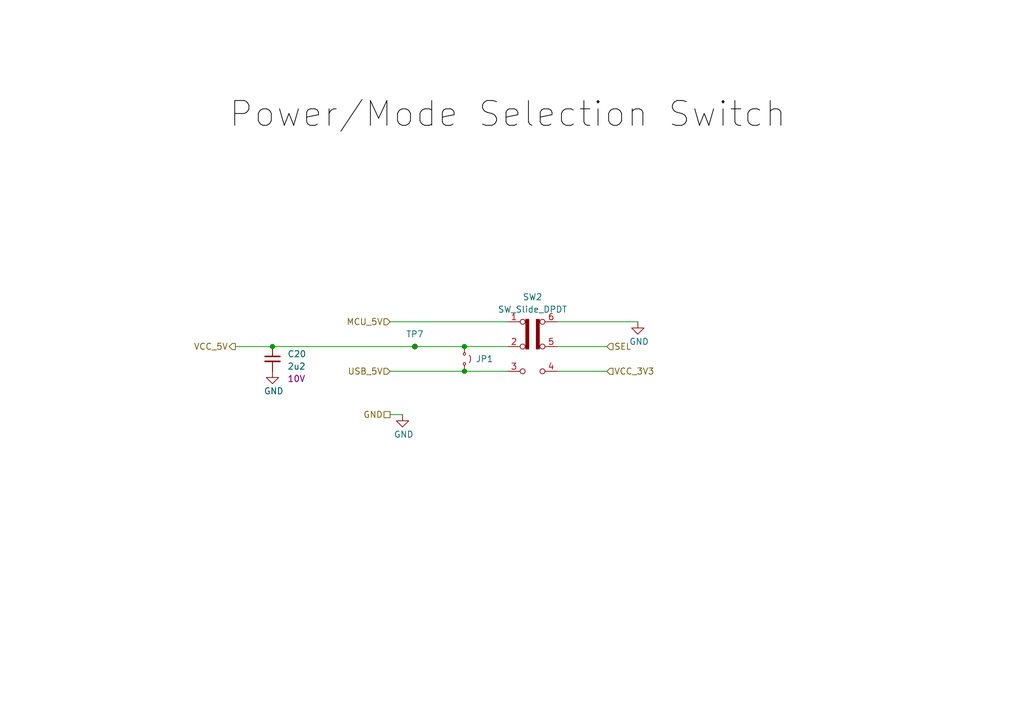
<source format=kicad_sch>
(kicad_sch (version 20250114) (generator "eeschema") (generator_version "9.0")
  (paper "A5")
  (title_block (title "MAGE-CANBOB-002") (date "2025-05-14") (rev "1") (comment 1 "Yiannis Michael") (comment 2 "2025-05-14") (comment 3 "Chris Thomas") (comment 4 "2025-06-02"))
  (lib_symbols
    (symbol "Connector:TestPoint_Small" (pin_numbers (hide yes)) (pin_names (offset 0.762) (hide yes))
      (property "Reference" "TP" (at 0 3.81 0))
      (property "Value" "TestPoint_Small" (at 0 2.032 0))
      (symbol "TestPoint_Small_0_1"
        (circle (center 0 0) (radius 0.508))
      )
      (symbol "TestPoint_Small_1_1"
        (pin passive line (at 0 0 90) (length 0) (name "1") (number "1"))
      )
    )
    (symbol "Device:C_Small" (pin_numbers (hide yes)) (pin_names (offset 0.254) (hide yes))
      (property "Reference" "C" (at 0.254 1.778 0))
      (property "Value" "C_Small" (at 0.254 -2.032 0))
      (symbol "C_Small_0_1"
        (polyline (pts (xy -1.524 0.508) (xy 1.524 0.508)) (stroke (width 0.3048)))
        (polyline (pts (xy -1.524 -0.508) (xy 1.524 -0.508)) (stroke (width 0.3302)))
      )
      (symbol "C_Small_1_1"
        (pin passive line (at 0 2.54 270) (length 2.032) (name "~") (number "1"))
        (pin passive line (at 0 -2.54 90) (length 2.032) (name "~") (number "2"))
      )
    )
    (symbol "Jumper:Jumper_2_Small_Open" (pin_numbers (hide yes)) (pin_names (offset 0) (hide yes)) (exclude_from_sim yes)
      (property "Reference" "JP" (at 0 2.794 0))
      (property "Value" "Jumper_2_Small_Open" (at 0 -2.286 0))
      (symbol "Jumper_2_Small_Open_0_0"
        (circle (center -1.016 0) (radius 0.254))
        (circle (center 1.016 0) (radius 0.254))
      )
      (symbol "Jumper_2_Small_Open_0_1"
        (arc (start -0.762 1.0196) (mid 0 1.2729) (end 0.762 1.0196))
      )
      (symbol "Jumper_2_Small_Open_1_1"
        (pin passive line (at -2.54 0 0) (length 1.27) (name "A") (number "1"))
        (pin passive line (at 2.54 0 180) (length 1.27) (name "B") (number "2"))
      )
    )
    (symbol "Switch:SW_Slide_DPDT" (pin_names (offset 0) (hide yes))
      (property "Reference" "SW" (at 0 6.858 0))
      (property "Value" "SW_Slide_DPDT" (at 0 -8.128 0))
      (symbol "SW_Slide_DPDT_0_0"
        (circle (center -2.032 5.08) (radius 0.508))
        (circle (center -2.032 -5.08) (radius 0.508))
        (circle (center 2.032 0) (radius 0.508))
        (circle (center 2.032 -5.08) (radius 0.508))
      )
      (symbol "SW_Slide_DPDT_0_1"
        (circle (center -2.032 0) (radius 0.508))
        (circle (center 2.032 5.08) (radius 0.508))
      )
      (symbol "SW_Slide_DPDT_1_1"
        (rectangle (start -1.397 5.588) (end -0.762 -0.508) (fill (type outline)))
        (rectangle (start 0.762 5.588) (end 1.397 -0.508) (fill (type outline)))
        (pin passive line (at -5.08 5.08 0) (length 2.54) (name "A") (number "1"))
        (pin passive line (at -5.08 0 0) (length 2.54) (name "B") (number "2"))
        (pin passive line (at -5.08 -5.08 0) (length 2.54) (name "C") (number "3"))
        (pin passive line (at 5.08 5.08 180) (length 2.54) (name "C") (number "6"))
        (pin passive line (at 5.08 0 180) (length 2.54) (name "B") (number "5"))
        (pin passive line (at 5.08 -5.08 180) (length 2.54) (name "A") (number "4"))
      )
    )
    (symbol "power:GND" (power) (pin_numbers (hide yes)) (pin_names (offset 0) (hide yes))
      (property "Value" "GND" (at 0 -3.81 0))
      (symbol "GND_0_1"
        (polyline (pts (xy 0 0) (xy 0 -1.27) (xy 1.27 -1.27) (xy 0 -2.54) (xy -1.27 -1.27) (xy 0 -1.27)))
      )
      (symbol "GND_1_1"
        (pin power_in line (at 0 0 270) (length 0) (name "~") (number "1"))
      )
    )
  )
  (text "Power/Mode Selection Switch" (at 104.14 23.622 0) (effects (font (size 5.08 5.08))))
  (junction (at 95.25 71.12))
  (junction (at 55.88 71.12))
  (junction (at 95.25 76.2))
  (junction (at 85.09 71.12))
  (wire (pts (xy 80.01 76.2) (xy 95.25 76.2)))
  (wire (pts (xy 114.3 76.2) (xy 124.46 76.2)))
  (wire (pts (xy 124.46 71.12) (xy 114.3 71.12)))
  (wire (pts (xy 48.26 71.12) (xy 55.88 71.12)))
  (wire (pts (xy 82.55 85.09) (xy 80.01 85.09)))
  (wire (pts (xy 85.09 71.12) (xy 95.25 71.12)))
  (wire (pts (xy 95.25 76.2) (xy 104.14 76.2)))
  (wire (pts (xy 95.25 71.12) (xy 104.14 71.12)))
  (wire (pts (xy 80.01 66.04) (xy 104.14 66.04)))
  (wire (pts (xy 55.88 71.12) (xy 85.09 71.12)))
  (wire (pts (xy 114.3 66.04) (xy 130.81 66.04)))
  (hierarchical_label "SEL" (shape input) (at 124.46 71.12 0))
  (hierarchical_label "GND" (shape passive) (at 80.01 85.09 180))
  (hierarchical_label "USB_5V" (shape input) (at 80.01 76.2 180))
  (hierarchical_label "MCU_5V" (shape input) (at 80.01 66.04 180))
  (hierarchical_label "VCC_3V3" (shape input) (at 124.46 76.2 0))
  (hierarchical_label "VCC_5V" (shape output) (at 48.26 71.12 180))
  (symbol (lib_id "Device:C_Small") (at 55.88 73.66 0) (unit 1)
    (property "Reference" "C20" (at 58.928 72.644 0) (effects (justify left)))
    (property "Value" "2u2" (at 58.928 75.184 0) (effects (justify left)))
    (property "Footprint" "Capacitor_SMD:C_0603_1608Metric_Pad1.08x0.95mm_HandSolder" (effects (hide yes)))
    (property "Description" "Unpolarized capacitor, small symbol" (effects (hide yes)))
    (property "MPN" "Generic" (effects (hide yes)))
    (property "Rating" "10V" (at 58.928 77.724 0) (effects (justify left)))
  )
  (symbol (lib_id "Connector:TestPoint_Small") (at 85.09 71.12 0) (unit 1)
    (property "Reference" "TP7" (at 85.09 68.58 0))
    (property "Value" "TestPoint_Small" (effects (hide yes)))
    (property "Footprint" "TestPoint:TestPoint_Pad_D1.5mm" (effects (hide yes)))
    (property "Description" "test point" (effects (hide yes)))
    (property "MPN" "Generic" (effects (hide yes)))
  )
  (symbol (lib_id "power:GND") (at 130.81 66.04 0) (unit 1)
    (property "Reference" "#PWR033" (effects (hide yes)))
    (property "Value" "GND" (at 131.064 70.104 0))
    (property "Description" "Power symbol creates a global label with name \"GND\" , ground" (effects (hide yes)))
  )
  (symbol (lib_id "Jumper:Jumper_2_Small_Open") (at 95.25 73.66 270) (unit 1)
    (property "Reference" "JP1" (at 97.536 73.66 90) (effects (justify left)))
    (property "Value" "Jumper_2_Small_Open" (effects (hide yes)))
    (property "Footprint" "Connector_PinHeader_2.54mm:PinHeader_1x02_P2.54mm_Vertical" (effects (hide yes)))
    (property "Description" "Jumper, 2-pole, small symbol, open" (effects (hide yes)))
    (property "MPN" "Generic" (effects (hide yes)))
  )
  (symbol (lib_id "power:GND") (at 82.55 85.09 0) (unit 1)
    (property "Reference" "#PWR032" (effects (hide yes)))
    (property "Value" "GND" (at 82.804 89.154 0))
    (property "Description" "Power symbol creates a global label with name \"GND\" , ground" (effects (hide yes)))
  )
  (symbol (lib_id "power:GND") (at 55.88 76.2 0) (unit 1)
    (property "Reference" "#PWR064" (effects (hide yes)))
    (property "Value" "GND" (at 56.134 80.264 0))
    (property "Description" "Power symbol creates a global label with name \"GND\" , ground" (effects (hide yes)))
  )
  (symbol (lib_id "Switch:SW_Slide_DPDT") (at 109.22 71.12 0) (unit 1)
    (property "Reference" "SW2" (at 109.22 60.96 0))
    (property "Value" "SW_Slide_DPDT" (at 109.22 63.5 0))
    (property "Footprint" "Button_Switch_THT:SW_CK_JS202011AQN_DPDT_Angled" (effects (hide yes)))
    (property "Description" "Slide Switch, dual pole double throw" (effects (hide yes)))
    (property "MPN" "JS202011AQN" (effects (hide yes)))
  )
)
</source>
